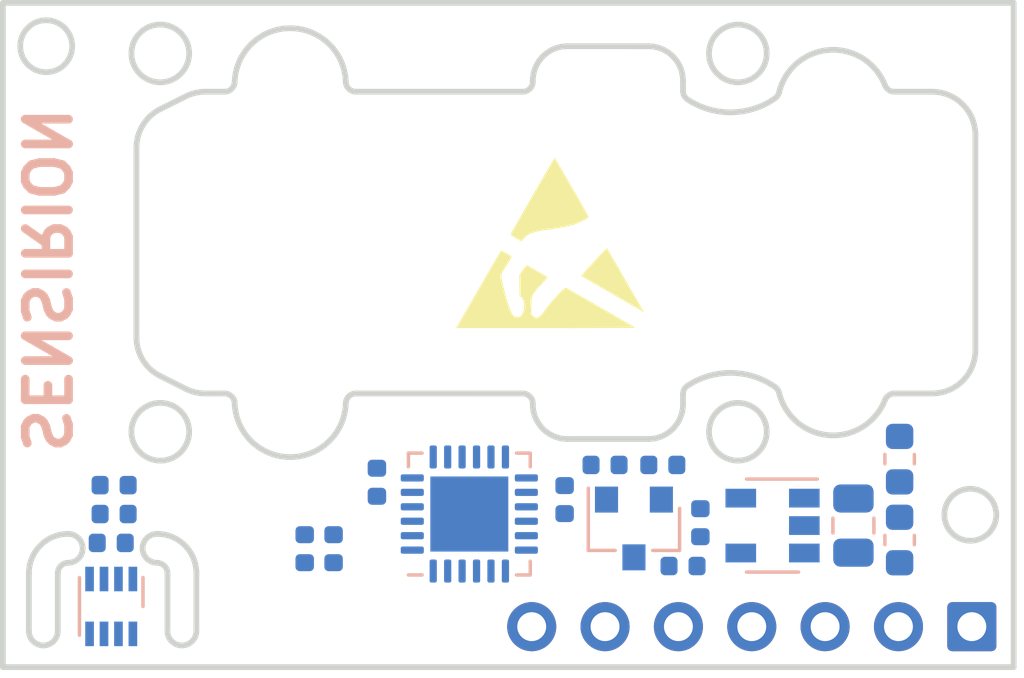
<source format=kicad_pcb>
(kicad_pcb (version 20221018) (generator pcbnew)
  (title_block (title "SCD30 3d Model") (date "2020-12-25") (rev "r1.0"))
  (layers (0 "F.Cu" signal) (1 "In1.Cu" power) (2 "In2.Cu" signal) (31 "B.Cu" signal) (34 "B.Paste" user) (35 "F.Paste" user) (36 "B.SilkS" user "B.Silkscreen") (37 "F.SilkS" user "F.Silkscreen") (38 "B.Mask" user) (39 "F.Mask" user) (44 "Edge.Cuts" user))
  (net 0 "")
  (footprint "Symbol:ESD-Logo_6.6x6mm_SilkScreen" (layer "F.Cu") (at 179 96.3)
    (fp_text reference "REF**" hide)
    (fp_text value "ESD-Logo_6.6x6mm_SilkScreen" hide)
    (fp_poly (pts (xy 1.987528 0.234619) (xy 1.998908 0.253693) (xy 2.024488 0.297421) (xy 2.063002 0.363619) (xy 2.113186 0.450102) (xy 2.173775 0.554685) (xy 2.243503 0.675183) (xy 2.321107 0.809412) (xy 2.40532 0.955187) (xy 2.494879 1.110323) (xy 2.586998 1.27) (xy 2.681076 1.433117) (xy 2.771402 1.589709) (xy 2.856665 1.737506) (xy 2.935557 1.87424) (xy 3.006769 1.997642) (xy 3.068991 2.105444) (xy 3.120913 2.195377) (xy 3.161228 2.265173) (xy 3.188624 2.312564) (xy 3.201507 2.334786) (xy 3.222507 2.37233) (xy 3.233925 2.395831) (xy 3.234551 2.39992) (xy 3.220636 2.392242) (xy 3.181941 2.370203) (xy 3.120487 2.334971) (xy 3.038298 2.287711) (xy 2.937396 2.229589) (xy 2.819805 2.161771) (xy 2.687546 2.085424) (xy 2.542642 2.001714) (xy 2.387117 1.911806) (xy 2.222992 1.816867) (xy 2.160549 1.780732) (xy 1.993487 1.684083) (xy 1.834074 1.591938) (xy 1.684355 1.505475) (xy 1.546376 1.425871) (xy 1.422185 1.354305) (xy 1.313827 1.291955) (xy 1.223348 1.239998) (xy 1.152796 1.199613) (xy 1.104215 1.171978) (xy 1.079654 1.158272) (xy 1.077085 1.156974) (xy 1.084569 1.14522) (xy 1.110614 1.113795) (xy 1.152559 1.065594) (xy 1.207746 1.00351) (xy 1.273517 0.930439) (xy 1.347212 0.849276) (xy 1.426173 0.762916) (xy 1.50774 0.674253) (xy 1.589254 0.586182) (xy 1.668057 0.501599) (xy 1.74149 0.423397) (xy 1.806893 0.354472) (xy 1.861608 0.297719) (xy 1.902977 0.256032) (xy 1.917164 0.242363) (xy 1.96418 0.198201) (xy 1.987528 0.234619)) (stroke (width 0.01)) (fill solid) (layer "F.SilkS"))
    (fp_poly (pts (xy 0.164043 -2.914165) (xy 0.187065 -2.876755) (xy 0.222534 -2.817486) (xy 0.268996 -2.738882) (xy 0.324996 -2.643462) (xy 0.389081 -2.53375) (xy 0.459796 -2.412266) (xy 0.535687 -2.281532) (xy 0.615299 -2.14407) (xy 0.697178 -2.002402) (xy 0.77987 -1.859049) (xy 0.861921 -1.716533) (xy 0.941876 -1.577376) (xy 1.018281 -1.444099) (xy 1.089682 -1.319224) (xy 1.154624 -1.205273) (xy 1.211653 -1.104767) (xy 1.259315 -1.020228) (xy 1.296155 -0.954178) (xy 1.32072 -0.909138) (xy 1.331554 -0.88763) (xy 1.331951 -0.886286) (xy 1.318501 -0.868035) (xy 1.281114 -0.840118) (xy 1.224235 -0.805275) (xy 1.152312 -0.766246) (xy 1.077015 -0.729157) (xy 0.97456 -0.684183) (xy 0.866817 -0.643774) (xy 0.750073 -0.607031) (xy 0.620618 -0.573058) (xy 0.47474 -0.540956) (xy 0.308726 -0.509827) (xy 0.118866 -0.478773) (xy -0.077531 -0.449855) (xy -0.248166 -0.4242) (xy -0.391455 -0.398802) (xy -0.510992 -0.372398) (xy -0.61037 -0.343727) (xy -0.693182 -0.311527) (xy -0.763022 -0.274535) (xy -0.823482 -0.231488) (xy -0.878155 -0.181125) (xy -0.895786 -0.162417) (xy -0.934 -0.118861) (xy -0.962268 -0.083318) (xy -0.975382 -0.062417) (xy -0.975732 -0.060703) (xy -0.98032 -0.050194) (xy -0.996242 -0.050076) (xy -1.026734 -0.061746) (xy -1.075032 -0.086604) (xy -1.144373 -0.126048) (xy -1.192561 -0.154413) (xy -1.264417 -0.198753) (xy -1.320258 -0.236721) (xy -1.356333 -0.265584) (xy -1.368887 -0.282612) (xy -1.368879 -0.282736) (xy -1.361094 -0.298963) (xy -1.339108 -0.3396) (xy -1.304197 -0.402433) (xy -1.257637 -0.485248) (xy -1.200705 -0.585828) (xy -1.134677 -0.70196) (xy -1.060828 -0.831429) (xy -0.980436 -0.97202) (xy -0.894776 -1.121518) (xy -0.805124 -1.277708) (xy -0.712757 -1.438376) (xy -0.618951 -1.601307) (xy -0.524982 -1.764287) (xy -0.432126 -1.9251) (xy -0.34166 -2.081532) (xy -0.254859 -2.231367) (xy -0.173 -2.372392) (xy -0.097359 -2.502391) (xy -0.029213 -2.619151) (xy 0.030163 -2.720455) (xy 0.079493 -2.804089) (xy 0.1175 -2.867838) (xy 0.142907 -2.909489) (xy 0.15444 -2.926825) (xy 0.154923 -2.927195) (xy 0.164043 -2.914165)) (stroke (width 0.01)) (fill solid) (layer "F.SilkS"))
    (fp_poly (pts (xy -1.677906 0.291158) (xy -1.645381 0.303736) (xy -1.595807 0.328712) (xy -1.524626 0.367876) (xy -1.519084 0.370988) (xy -1.453526 0.408476) (xy -1.398202 0.441319) (xy -1.358545 0.466205) (xy -1.339988 0.47982) (xy -1.339469 0.480487) (xy -1.343952 0.49939) (xy -1.364514 0.541605) (xy -1.399817 0.604832) (xy -1.44852 0.686772) (xy -1.509282 0.785122) (xy -1.580764 0.897585) (xy -1.598555 0.925165) (xy -1.644907 1.001699) (xy -1.678658 1.067556) (xy -1.696847 1.116782) (xy -1.698714 1.126507) (xy -1.697885 1.169312) (xy -1.688606 1.237209) (xy -1.672032 1.325843) (xy -1.64932 1.430859) (xy -1.621627 1.547902) (xy -1.59011 1.672616) (xy -1.555925 1.800645) (xy -1.520229 1.927634) (xy -1.484179 2.049228) (xy -1.448932 2.161072) (xy -1.415644 2.25881) (xy -1.385472 2.338087) (xy -1.364439 2.385122) (xy -1.339663 2.435225) (xy -1.31627 2.483168) (xy -1.315003 2.485793) (xy -1.276301 2.53422) (xy -1.219816 2.566828) (xy -1.154061 2.582454) (xy -1.087549 2.579937) (xy -1.028795 2.558114) (xy -0.995742 2.529382) (xy -0.948141 2.450583) (xy -0.913261 2.352378) (xy -0.894123 2.244779) (xy -0.891412 2.18378) (xy -0.90233 2.069935) (xy -0.934376 1.97566) (xy -0.989274 1.896379) (xy -1.006393 1.878733) (xy -1.057339 1.829235) (xy -1.060837 1.479362) (xy -1.064336 1.129489) (xy -0.975182 0.994531) (xy -0.933346 0.933445) (xy -0.893055 0.878493) (xy -0.860057 0.837336) (xy -0.845874 0.822192) (xy -0.805719 0.78481) (xy -0.751335 0.814098) (xy -0.716961 0.835084) (xy -0.698154 0.851378) (xy -0.696951 0.854307) (xy -0.684097 0.866728) (xy -0.662104 0.875977) (xy -0.64085 0.884313) (xy -0.608306 0.900149) (xy -0.561678 0.925033) (xy -0.498171 0.960509) (xy -0.414992 1.008123) (xy -0.309347 1.069422) (xy -0.251938 1.102932) (xy -0.184406 1.143071) (xy -0.140115 1.171659) (xy -0.115145 1.192039) (xy -0.105577 1.207553) (xy -0.107492 1.221546) (xy -0.109089 1.224796) (xy -0.124624 1.245266) (xy -0.157864 1.283665) (xy -0.204938 1.335696) (xy -0.261972 1.397066) (xy -0.3113 1.44909) (xy -0.42497 1.572567) (xy -0.513895 1.679591) (xy -0.578866 1.77124) (xy -0.620679 1.848588) (xy -0.634783 1.887866) (xy -0.640608 1.922249) (xy -0.646625 1.980899) (xy -0.652304 2.057117) (xy -0.657116 2.144202) (xy -0.659381 2.199268) (xy -0.662541 2.294464) (xy -0.663931 2.364062) (xy -0.663142 2.413409) (xy -0.659765 2.447854) (xy -0.653392 2.472743) (xy -0.643613 2.493425) (xy -0.635933 2.506053) (xy -0.591579 2.554726) (xy -0.534426 2.588645) (xy -0.474292 2.603438) (xy -0.429227 2.598086) (xy -0.388424 2.57493) (xy -0.337276 2.533462) (xy -0.282958 2.480912) (xy -0.232643 2.424516) (xy -0.193506 2.371505) (xy -0.179095 2.345889) (xy -0.157509 2.310814) (xy -0.118247 2.257389) (xy -0.064898 2.189789) (xy -0.001048 2.11219) (xy 0.069715 2.028768) (xy 0.143804 1.943698) (xy 0.217632 1.861155) (xy 0.287611 1.785316) (xy 0.350155 1.720356) (xy 0.39926 1.672669) (xy 0.453779 1.625032) (xy 0.499642 1.589908) (xy 0.531811 1.570949) (xy 0.542489 1.568864) (xy 0.558853 1.577274) (xy 0.599671 1.599846) (xy 0.662586 1.635224) (xy 0.745244 1.682054) (xy 0.845289 1.738981) (xy 0.960366 1.804649) (xy 1.088119 1.877703) (xy 1.226194 1.956788) (xy 1.372234 2.040548) (xy 1.523884 2.127629) (xy 1.67879 2.216676) (xy 1.834595 2.306332) (xy 1.988944 2.395243) (xy 2.139482 2.482054) (xy 2.283854 2.565409) (xy 2.419704 2.643954) (xy 2.544677 2.716333) (xy 2.656417 2.78119) (xy 2.75257 2.837171) (xy 2.830779 2.88292) (xy 2.888689 2.917083) (xy 2.923946 2.938304) (xy 2.934165 2.944963) (xy 2.920402 2.94628) (xy 2.877104 2.947559) (xy 2.805714 2.948796) (xy 2.707673 2.949983) (xy 2.584422 2.951115) (xy 2.437403 2.952186) (xy 2.268057 2.953189) (xy 2.077826 2.954119) (xy 1.868151 2.954968) (xy 1.640473 2.955732) (xy 1.396235 2.956403) (xy 1.136877 2.956976) (xy 0.863841 2.957444) (xy 0.578568 2.957802) (xy 0.2825 2.958042) (xy -0.022921 2.958159) (xy -0.151076 2.958171) (xy -3.25103 2.958171) (xy -3.029947 2.574847) (xy -2.983144 2.49368) (xy -2.922898 2.389166) (xy -2.851222 2.264801) (xy -2.770131 2.124082) (xy -2.681638 1.970503) (xy -2.58776 1.807562) (xy -2.490509 1.638754) (xy -2.3919 1.467575) (xy -2.293947 1.297521) (xy -2.269175 1.254512) (xy -2.178848 1.097857) (xy -2.092711 0.948803) (xy -2.012058 0.809568) (xy -1.938184 0.682371) (xy -1.872383 0.569432) (xy -1.81595 0.472968) (xy -1.770179 0.3952) (xy -1.736365 0.338346) (xy -1.715802 0.304625) (xy -1.710047 0.29604) (xy -1.697942 0.289189) (xy -1.677906 0.291158)) (stroke (width 0.01)) (fill solid) (layer "F.SilkS"))
  )
  (footprint "Connector_PinSocket_2.54mm:PinSocket_1x07_P2.54mm_Vertical" (layer "F.Cu") (at 193.6 109.6 -90)
    (fp_text reference "REF**" hide)
    (fp_text value "PinSocket_1x07_P2.54mm_Vertical" hide)
    (pad "1" thru_hole roundrect (at 0 0 270) (size 1.7 1.7) (drill 1) (layers "*.Cu" "*.Mask") (roundrect_rratio 0.1))
    (pad "2" thru_hole oval (at 0 2.54 270) (size 1.7 1.7) (drill 1) (layers "*.Cu" "*.Mask"))
    (pad "3" thru_hole oval (at 0 5.08 270) (size 1.7 1.7) (drill 1) (layers "*.Cu" "*.Mask"))
    (pad "4" thru_hole oval (at 0 7.62 270) (size 1.7 1.7) (drill 1) (layers "*.Cu" "*.Mask"))
    (pad "5" thru_hole oval (at 0 10.16 270) (size 1.7 1.7) (drill 1) (layers "*.Cu" "*.Mask"))
    (pad "6" thru_hole oval (at 0 12.7 270) (size 1.7 1.7) (drill 1) (layers "*.Cu" "*.Mask"))
    (pad "7" thru_hole oval (at 0 15.24 270) (size 1.7 1.7) (drill 1) (layers "*.Cu" "*.Mask"))
  )
  (footprint "Resistor_SMD:R_0402_1005Metric" (layer "B.Cu") (at 170.5 106.9 -90)
    (fp_text reference "REF**" hide)
    (fp_text value "R_0402_1005Metric" hide)
    (pad "1" smd roundrect (at -0.485 0 270) (size 0.59 0.64) (layers "B.Cu" "B.Paste" "B.Mask"))
    (pad "2" smd roundrect (at 0.485 0 270) (size 0.59 0.64) (layers "B.Cu" "B.Paste" "B.Mask"))
  )
  (footprint "Capacitor_SMD:C_0402_1005Metric" (layer "B.Cu") (at 184.2 106 -90)
    (fp_text reference "REF**" hide)
    (fp_text value "C_0402_1005Metric" hide)
    (pad "1" smd roundrect (at -0.485 0 270) (size 0.59 0.64) (layers "B.Cu" "B.Paste" "B.Mask"))
    (pad "2" smd roundrect (at 0.485 0 270) (size 0.59 0.64) (layers "B.Cu" "B.Paste" "B.Mask"))
  )
  (footprint "Capacitor_SMD:C_0402_1005Metric" (layer "B.Cu") (at 163.8 106.7 180)
    (fp_text reference "REF**" hide)
    (fp_text value "C_0402_1005Metric" hide)
    (pad "1" smd roundrect (at -0.485 0 180) (size 0.59 0.64) (layers "B.Cu" "B.Paste" "B.Mask"))
    (pad "2" smd roundrect (at 0.485 0 180) (size 0.59 0.64) (layers "B.Cu" "B.Paste" "B.Mask"))
  )
  (footprint "Capacitor_SMD:C_0805_2012Metric" (layer "B.Cu") (at 189.5 106.1 -90)
    (fp_text reference "REF**" hide)
    (fp_text value "C_0805_2012Metric" hide)
    (fp_line (start -0.258578 -0.71) (end 0.258578 -0.71) (stroke (width 0.12)) (layer "B.SilkS"))
    (fp_line (start -0.258578 0.71) (end 0.258578 0.71) (stroke (width 0.12)) (layer "B.SilkS"))
    (pad "1" smd roundrect (at -0.9375 0 270) (size 0.975 1.4) (layers "B.Cu" "B.Paste" "B.Mask"))
    (pad "2" smd roundrect (at 0.9375 0 270) (size 0.975 1.4) (layers "B.Cu" "B.Paste" "B.Mask"))
  )
  (footprint "Capacitor_SMD:C_0402_1005Metric" (layer "B.Cu") (at 179.5 105.2 -90)
    (fp_text reference "REF**" hide)
    (fp_text value "C_0402_1005Metric" hide)
    (pad "1" smd roundrect (at -0.485 0 270) (size 0.59 0.64) (layers "B.Cu" "B.Paste" "B.Mask"))
    (pad "2" smd roundrect (at 0.485 0 270) (size 0.59 0.64) (layers "B.Cu" "B.Paste" "B.Mask"))
  )
  (footprint "Capacitor_SMD:C_0402_1005Metric" (layer "B.Cu") (at 163.9 105.7 180)
    (fp_text reference "REF**" hide)
    (fp_text value "C_0402_1005Metric" hide)
    (pad "1" smd roundrect (at -0.485 0 180) (size 0.59 0.64) (layers "B.Cu" "B.Paste" "B.Mask"))
    (pad "2" smd roundrect (at 0.485 0 180) (size 0.59 0.64) (layers "B.Cu" "B.Paste" "B.Mask"))
  )
  (footprint "Package_DFN_QFN:QFN-24-1EP_4x4mm_P0.5mm_EP2.7x2.6mm" (layer "B.Cu") (at 176.2 105.7)
    (fp_text reference "REF**" hide)
    (fp_text value "QFN-24-1EP_4x4mm_P0.5mm_EP2.7x2.6mm" hide)
    (fp_line (start -2.11 -2.11) (end -2.11 -1.635) (stroke (width 0.12)) (layer "B.SilkS"))
    (fp_line (start -1.635 -2.11) (end -2.11 -2.11) (stroke (width 0.12)) (layer "B.SilkS"))
    (fp_line (start -1.635 2.11) (end -2.11 2.11) (stroke (width 0.12)) (layer "B.SilkS"))
    (fp_line (start 1.635 -2.11) (end 2.11 -2.11) (stroke (width 0.12)) (layer "B.SilkS"))
    (fp_line (start 1.635 2.11) (end 2.11 2.11) (stroke (width 0.12)) (layer "B.SilkS"))
    (fp_line (start 2.11 -2.11) (end 2.11 -1.635) (stroke (width 0.12)) (layer "B.SilkS"))
    (fp_line (start 2.11 2.11) (end 2.11 1.635) (stroke (width 0.12)) (layer "B.SilkS"))
    (pad "1" smd roundrect (at -1.975 1.25) (size 0.8 0.25) (layers "B.Cu" "B.Paste" "B.Mask"))
    (pad "2" smd roundrect (at -1.975 0.75) (size 0.8 0.25) (layers "B.Cu" "B.Paste" "B.Mask"))
    (pad "3" smd roundrect (at -1.975 0.25) (size 0.8 0.25) (layers "B.Cu" "B.Paste" "B.Mask"))
    (pad "4" smd roundrect (at -1.975 -0.25) (size 0.8 0.25) (layers "B.Cu" "B.Paste" "B.Mask"))
    (pad "5" smd roundrect (at -1.975 -0.75) (size 0.8 0.25) (layers "B.Cu" "B.Paste" "B.Mask"))
    (pad "6" smd roundrect (at -1.975 -1.25) (size 0.8 0.25) (layers "B.Cu" "B.Paste" "B.Mask"))
    (pad "7" smd roundrect (at -1.25 -1.975) (size 0.25 0.8) (layers "B.Cu" "B.Paste" "B.Mask"))
    (pad "8" smd roundrect (at -0.75 -1.975) (size 0.25 0.8) (layers "B.Cu" "B.Paste" "B.Mask"))
    (pad "9" smd roundrect (at -0.25 -1.975) (size 0.25 0.8) (layers "B.Cu" "B.Paste" "B.Mask"))
    (pad "10" smd roundrect (at 0.25 -1.975) (size 0.25 0.8) (layers "B.Cu" "B.Paste" "B.Mask"))
    (pad "11" smd roundrect (at 0.75 -1.975) (size 0.25 0.8) (layers "B.Cu" "B.Paste" "B.Mask"))
    (pad "12" smd roundrect (at 1.25 -1.975) (size 0.25 0.8) (layers "B.Cu" "B.Paste" "B.Mask"))
    (pad "13" smd roundrect (at 1.975 -1.25) (size 0.8 0.25) (layers "B.Cu" "B.Paste" "B.Mask"))
    (pad "14" smd roundrect (at 1.975 -0.75) (size 0.8 0.25) (layers "B.Cu" "B.Paste" "B.Mask"))
    (pad "15" smd roundrect (at 1.975 -0.25) (size 0.8 0.25) (layers "B.Cu" "B.Paste" "B.Mask"))
    (pad "16" smd roundrect (at 1.975 0.25) (size 0.8 0.25) (layers "B.Cu" "B.Paste" "B.Mask"))
    (pad "17" smd roundrect (at 1.975 0.75) (size 0.8 0.25) (layers "B.Cu" "B.Paste" "B.Mask"))
    (pad "18" smd roundrect (at 1.975 1.25) (size 0.8 0.25) (layers "B.Cu" "B.Paste" "B.Mask"))
    (pad "19" smd roundrect (at 1.25 1.975) (size 0.25 0.8) (layers "B.Cu" "B.Paste" "B.Mask"))
    (pad "20" smd roundrect (at 0.75 1.975) (size 0.25 0.8) (layers "B.Cu" "B.Paste" "B.Mask"))
    (pad "21" smd roundrect (at 0.25 1.975) (size 0.25 0.8) (layers "B.Cu" "B.Paste" "B.Mask"))
    (pad "22" smd roundrect (at -0.25 1.975) (size 0.25 0.8) (layers "B.Cu" "B.Paste" "B.Mask"))
    (pad "23" smd roundrect (at -0.75 1.975) (size 0.25 0.8) (layers "B.Cu" "B.Paste" "B.Mask"))
    (pad "24" smd roundrect (at -1.25 1.975) (size 0.25 0.8) (layers "B.Cu" "B.Paste" "B.Mask"))
    (pad "25" smd rect (at 0 0) (size 2.7 2.6) (layers "B.Cu" "B.Mask"))
  )
  (footprint "Package_DFN_QFN:DFN-8_2x2mm_P0.5mm" (layer "B.Cu") (at 163.8 108.9 90)
    (fp_text reference "REF**" hide)
    (fp_text value "DFN-8_2x2mm_P0.5mm" hide)
    (fp_line (start -1 -1.1) (end 1 -1.1) (stroke (width 0.12)) (layer "B.SilkS"))
    (fp_line (start 0 1.1) (end 1 1.1) (stroke (width 0.12)) (layer "B.SilkS"))
    (pad "1" smd rect (at -0.95 0.75 90) (size 0.85 0.3) (layers "B.Cu" "B.Paste" "B.Mask"))
    (pad "2" smd rect (at -0.95 0.25 90) (size 0.85 0.3) (layers "B.Cu" "B.Paste" "B.Mask"))
    (pad "3" smd rect (at -0.95 -0.25 90) (size 0.85 0.3) (layers "B.Cu" "B.Paste" "B.Mask"))
    (pad "4" smd rect (at -0.95 -0.75 90) (size 0.85 0.3) (layers "B.Cu" "B.Paste" "B.Mask"))
    (pad "5" smd rect (at 0.95 -0.75 90) (size 0.85 0.3) (layers "B.Cu" "B.Paste" "B.Mask"))
    (pad "6" smd rect (at 0.95 -0.25 90) (size 0.85 0.3) (layers "B.Cu" "B.Paste" "B.Mask"))
    (pad "7" smd rect (at 0.95 0.25 90) (size 0.85 0.3) (layers "B.Cu" "B.Paste" "B.Mask"))
    (pad "8" smd rect (at 0.95 0.75 90) (size 0.85 0.3) (layers "B.Cu" "B.Paste" "B.Mask"))
  )
  (footprint "Resistor_SMD:R_0402_1005Metric" (layer "B.Cu") (at 182.9 104 180)
    (fp_text reference "REF**" hide)
    (fp_text value "R_0402_1005Metric" hide)
    (pad "1" smd roundrect (at -0.485 0 180) (size 0.59 0.64) (layers "B.Cu" "B.Paste" "B.Mask"))
    (pad "2" smd roundrect (at 0.485 0 180) (size 0.59 0.64) (layers "B.Cu" "B.Paste" "B.Mask"))
  )
  (footprint "Capacitor_SMD:C_0603_1608Metric" (layer "B.Cu") (at 191.1 103.8 -90)
    (fp_text reference "REF**" hide)
    (fp_text value "C_0603_1608Metric" hide)
    (fp_line (start -0.162779 -0.51) (end 0.162779 -0.51) (stroke (width 0.12)) (layer "B.SilkS"))
    (fp_line (start -0.162779 0.51) (end 0.162779 0.51) (stroke (width 0.12)) (layer "B.SilkS"))
    (pad "1" smd roundrect (at -0.7875 0 270) (size 0.875 0.95) (layers "B.Cu" "B.Paste" "B.Mask"))
    (pad "2" smd roundrect (at 0.7875 0 270) (size 0.875 0.95) (layers "B.Cu" "B.Paste" "B.Mask"))
  )
  (footprint "Resistor_SMD:R_0402_1005Metric" (layer "B.Cu") (at 180.9 104 180)
    (fp_text reference "REF**" hide)
    (fp_text value "R_0402_1005Metric" hide)
    (pad "1" smd roundrect (at -0.485 0 180) (size 0.59 0.64) (layers "B.Cu" "B.Paste" "B.Mask"))
    (pad "2" smd roundrect (at 0.485 0 180) (size 0.59 0.64) (layers "B.Cu" "B.Paste" "B.Mask"))
  )
  (footprint "Capacitor_SMD:C_0402_1005Metric" (layer "B.Cu") (at 163.9 104.7 180)
    (fp_text reference "REF**" hide)
    (fp_text value "C_0402_1005Metric" hide)
    (pad "1" smd roundrect (at -0.485 0 180) (size 0.59 0.64) (layers "B.Cu" "B.Paste" "B.Mask"))
    (pad "2" smd roundrect (at 0.485 0 180) (size 0.59 0.64) (layers "B.Cu" "B.Paste" "B.Mask"))
  )
  (footprint "Capacitor_SMD:C_0402_1005Metric" (layer "B.Cu") (at 173 104.6 -90)
    (fp_text reference "REF**" hide)
    (fp_text value "C_0402_1005Metric" hide)
    (pad "1" smd roundrect (at -0.485 0 270) (size 0.59 0.64) (layers "B.Cu" "B.Paste" "B.Mask"))
    (pad "2" smd roundrect (at 0.485 0 270) (size 0.59 0.64) (layers "B.Cu" "B.Paste" "B.Mask"))
  )
  (footprint "Capacitor_SMD:C_0402_1005Metric" (layer "B.Cu") (at 171.5 106.9 -90)
    (fp_text reference "REF**" hide)
    (fp_text value "C_0402_1005Metric" hide)
    (pad "1" smd roundrect (at -0.485 0 270) (size 0.59 0.64) (layers "B.Cu" "B.Paste" "B.Mask"))
    (pad "2" smd roundrect (at 0.485 0 270) (size 0.59 0.64) (layers "B.Cu" "B.Paste" "B.Mask"))
  )
  (footprint "Capacitor_SMD:C_0603_1608Metric" (layer "B.Cu") (at 191.1 106.6 -90)
    (fp_text reference "REF**" hide)
    (fp_text value "C_0603_1608Metric" hide)
    (fp_line (start -0.162779 -0.51) (end 0.162779 -0.51) (stroke (width 0.12)) (layer "B.SilkS"))
    (fp_line (start -0.162779 0.51) (end 0.162779 0.51) (stroke (width 0.12)) (layer "B.SilkS"))
    (pad "1" smd roundrect (at -0.7875 0 270) (size 0.875 0.95) (layers "B.Cu" "B.Paste" "B.Mask"))
    (pad "2" smd roundrect (at 0.7875 0 270) (size 0.875 0.95) (layers "B.Cu" "B.Paste" "B.Mask"))
  )
  (footprint "Resistor_SMD:R_0402_1005Metric" (layer "B.Cu") (at 183.6 107.5)
    (fp_text reference "REF**" hide)
    (fp_text value "R_0402_1005Metric" hide)
    (pad "1" smd roundrect (at -0.485 0) (size 0.59 0.64) (layers "B.Cu" "B.Paste" "B.Mask"))
    (pad "2" smd roundrect (at 0.485 0) (size 0.59 0.64) (layers "B.Cu" "B.Paste" "B.Mask"))
  )
  (footprint "Package_TO_SOT_SMD:SOT-23" (layer "B.Cu") (at 181.9 106.2 -90)
    (fp_text reference "REF**" hide)
    (fp_text value "SOT-23" hide)
    (fp_line (start 0.76 -1.58) (end -0.7 -1.58) (stroke (width 0.12)) (layer "B.SilkS"))
    (fp_line (start 0.76 -1.58) (end 0.76 -0.65) (stroke (width 0.12)) (layer "B.SilkS"))
    (fp_line (start 0.76 1.58) (end -1.4 1.58) (stroke (width 0.12)) (layer "B.SilkS"))
    (fp_line (start 0.76 1.58) (end 0.76 0.65) (stroke (width 0.12)) (layer "B.SilkS"))
    (pad "1" smd rect (at -1 0.95 270) (size 0.9 0.8) (layers "B.Cu" "B.Paste" "B.Mask"))
    (pad "2" smd rect (at -1 -0.95 270) (size 0.9 0.8) (layers "B.Cu" "B.Paste" "B.Mask"))
    (pad "3" smd rect (at 1 0 270) (size 0.9 0.8) (layers "B.Cu" "B.Paste" "B.Mask"))
  )
  (footprint "Package_TO_SOT_SMD:SOT-23-5" (layer "B.Cu") (at 186.7 106.1 180)
    (fp_text reference "REF**" hide)
    (fp_text value "SOT-23-5" hide)
    (fp_line (start -0.9 -1.61) (end 0.9 -1.61) (stroke (width 0.12)) (layer "B.SilkS"))
    (fp_line (start 0.9 1.61) (end -1.55 1.61) (stroke (width 0.12)) (layer "B.SilkS"))
    (pad "1" smd rect (at -1.1 0.95 180) (size 1.06 0.65) (layers "B.Cu" "B.Paste" "B.Mask"))
    (pad "2" smd rect (at -1.1 0 180) (size 1.06 0.65) (layers "B.Cu" "B.Paste" "B.Mask"))
    (pad "3" smd rect (at -1.1 -0.95 180) (size 1.06 0.65) (layers "B.Cu" "B.Paste" "B.Mask"))
    (pad "4" smd rect (at 1.1 -0.95 180) (size 1.06 0.65) (layers "B.Cu" "B.Paste" "B.Mask"))
    (pad "5" smd rect (at 1.1 0.95 180) (size 1.06 0.65) (layers "B.Cu" "B.Paste" "B.Mask"))
  )
  (gr_arc (start 165.385392 107.388607) (mid 164.885392 106.888108) (end 165.385391 106.387609) (stroke (width 0.2)) (layer "Edge.Cuts"))
  (gr_line (start 165.747391 107.750609) (end 165.747391 109.750609) (stroke (width 0.2)) (layer "Edge.Cuts"))
  (gr_arc (start 172.272391 91.07661) (mid 172.02876 90.977968) (end 171.922392 90.73761) (stroke (width 0.2)) (layer "Edge.Cuts"))
  (gr_line (start 190.91839 101.525609) (end 192.22339 101.525609) (stroke (width 0.2)) (layer "Edge.Cuts"))
  (gr_arc (start 166.748391 109.750609) (mid 166.247891 110.250589) (end 165.747391 109.750609) (stroke (width 0.2)) (layer "Edge.Cuts"))
  (gr_arc (start 178.398391 90.72661) (mid 178.740707 89.861391) (end 179.598391 89.50061) (stroke (width 0.2)) (layer "Edge.Cuts"))
  (gr_line (start 167.724392 91.07661) (end 167.056391 91.07661) (stroke (width 0.2)) (layer "Edge.Cuts"))
  (gr_arc (start 192.22339 91.076611) (mid 193.284036 91.515257) (end 193.72339 92.57561) (stroke (width 0.2)) (layer "Edge.Cuts"))
  (gr_line (start 160.048392 111.000609) (end 160.048392 88.00061) (stroke (width 0.2)) (layer "Edge.Cuts"))
  (gr_arc (start 179.59839 103.101609) (mid 178.749891 102.750109) (end 178.398392 101.901609) (stroke (width 0.2)) (layer "Edge.Cuts"))
  (gr_arc (start 171.922391 101.864609) (mid 169.998391 103.726608) (end 168.074391 101.86461) (stroke (width 0.2)) (layer "Edge.Cuts"))
  (gr_arc (start 190.592391 101.749609) (mid 190.721149 101.587775) (end 190.91839 101.525609) (stroke (width 0.2)) (layer "Edge.Cuts"))
  (gr_arc (start 161.949392 107.738611) (mid 162.059109 107.489884) (end 162.311392 107.38861) (stroke (width 0.2)) (layer "Edge.Cuts"))
  (gr_arc (start 168.07439 90.73761) (mid 167.968022 90.977968) (end 167.724392 91.07661) (stroke (width 0.2)) (layer "Edge.Cuts"))
  (gr_line (start 164.673392 99.18561) (end 164.673392 99.584609) (stroke (width 0.2)) (layer "Edge.Cuts"))
  (gr_arc (start 178.398392 90.72661) (mid 178.295892 90.97411) (end 178.048392 91.07661) (stroke (width 0.2)) (layer "Edge.Cuts"))
  (gr_arc (start 166.385391 91.23461) (mid 166.711744 91.116762) (end 167.056391 91.07661) (stroke (width 0.2)) (layer "Edge.Cuts"))
  (gr_line (start 183.598391 91.052611) (end 183.598391 90.700611) (stroke (width 0.2)) (layer "Edge.Cuts"))
  (gr_arc (start 167.056391 101.525609) (mid 166.711744 101.485457) (end 166.385391 101.367609) (stroke (width 0.2)) (layer "Edge.Cuts"))
  (gr_arc (start 186.78839 101.299609) (mid 186.87637 101.389579) (end 186.92739 101.504609) (stroke (width 0.2)) (layer "Edge.Cuts"))
  (gr_arc (start 186.927391 91.097611) (mid 186.87637 91.212641) (end 186.78839 91.302611) (stroke (width 0.2)) (layer "Edge.Cuts"))
  (gr_circle (center 185.498377 102.85061) (end 186.498377 102.85061) (stroke (width 0.2)) (fill none) (layer "Edge.Cuts"))
  (gr_arc (start 190.59239 101.74961) (mid 188.670013 102.971584) (end 186.92739 101.504609) (stroke (width 0.2)) (layer "Edge.Cuts"))
  (gr_arc (start 161.949393 109.75061) (mid 161.448893 110.25061) (end 160.948393 109.750609) (stroke (width 0.2)) (layer "Edge.Cuts"))
  (gr_circle (center 161.548392 89.50061) (end 162.448391 89.50061) (stroke (width 0.2)) (fill none) (layer "Edge.Cuts"))
  (gr_circle (center 185.498377 89.75061) (end 186.498377 89.75061) (stroke (width 0.2)) (fill none) (layer "Edge.Cuts"))
  (gr_arc (start 178.048391 101.52661) (mid 178.305222 101.637734) (end 178.398392 101.901609) (stroke (width 0.2)) (layer "Edge.Cuts"))
  (gr_arc (start 165.385392 107.388607) (mid 165.637685 107.489871) (end 165.747391 107.73861) (stroke (width 0.2)) (layer "Edge.Cuts"))
  (gr_line (start 192.22339 91.07661) (end 190.91839 91.07661) (stroke (width 0.2)) (layer "Edge.Cuts"))
  (gr_line (start 183.59839 101.90161) (end 183.59839 101.54961) (stroke (width 0.2)) (layer "Edge.Cuts"))
  (gr_line (start 195.048391 88.00061) (end 195.048391 111.000609) (stroke (width 0.2)) (layer "Edge.Cuts"))
  (gr_line (start 161.949392 107.750609) (end 161.949392 107.73861) (stroke (width 0.2)) (layer "Edge.Cuts"))
  (gr_arc (start 167.724392 101.526609) (mid 167.968168 101.624392) (end 168.074391 101.86461) (stroke (width 0.2)) (layer "Edge.Cuts"))
  (gr_arc (start 186.788391 91.302611) (mid 185.278344 91.789612) (end 183.75539 91.344611) (stroke (width 0.2)) (layer "Edge.Cuts"))
  (gr_arc (start 168.07439 90.737612) (mid 169.99839 88.876611) (end 171.922392 90.73761) (stroke (width 0.2)) (layer "Edge.Cuts"))
  (gr_arc (start 190.91839 91.07661) (mid 190.721148 91.014444) (end 190.592391 90.85261) (stroke (width 0.2)) (layer "Edge.Cuts"))
  (gr_arc (start 183.75539 101.257608) (mid 185.278343 100.812604) (end 186.78839 101.299609) (stroke (width 0.2)) (layer "Edge.Cuts"))
  (gr_line (start 160.948393 107.769609) (end 160.948393 109.750609) (stroke (width 0.2)) (layer "Edge.Cuts"))
  (gr_arc (start 171.922391 101.86461) (mid 172.02876 101.624251) (end 172.272392 101.525609) (stroke (width 0.2)) (layer "Edge.Cuts"))
  (gr_arc (start 193.72339 100.026609) (mid 193.284037 101.086963) (end 192.22339 101.525609) (stroke (width 0.2)) (layer "Edge.Cuts"))
  (gr_line (start 182.398391 89.501611) (end 179.598391 89.50061) (stroke (width 0.2)) (layer "Edge.Cuts"))
  (gr_line (start 172.272392 101.525609) (end 178.048392 101.526609) (stroke (width 0.2)) (layer "Edge.Cuts"))
  (gr_line (start 166.748392 107.769609) (end 166.748392 107.750609) (stroke (width 0.2)) (layer "Edge.Cuts"))
  (gr_arc (start 164.673392 93.017611) (mid 164.897512 92.229419) (end 165.502392 91.676611) (stroke (width 0.2)) (layer "Edge.Cuts"))
  (gr_line (start 164.673392 93.017611) (end 164.673392 93.41661) (stroke (width 0.2)) (layer "Edge.Cuts"))
  (gr_arc (start 183.59839 101.54961) (mid 183.640233 101.3839) (end 183.75539 101.257609) (stroke (width 0.2)) (layer "Edge.Cuts"))
  (gr_line (start 167.056391 101.525609) (end 167.724392 101.526609) (stroke (width 0.2)) (layer "Edge.Cuts"))
  (gr_line (start 160.948393 107.750609) (end 160.948393 107.769609) (stroke (width 0.2)) (layer "Edge.Cuts"))
  (gr_line (start 165.502392 100.92561) (end 166.385391 101.367609) (stroke (width 0.2)) (layer "Edge.Cuts"))
  (gr_circle (center 165.49838 89.750609) (end 166.49838 89.750609) (stroke (width 0.2)) (fill none) (layer "Edge.Cuts"))
  (gr_arc (start 162.311391 106.387608) (mid 162.811392 106.888109) (end 162.311392 107.38861) (stroke (width 0.2)) (layer "Edge.Cuts"))
  (gr_line (start 164.673392 93.41661) (end 164.673392 99.18561) (stroke (width 0.2)) (layer "Edge.Cuts"))
  (gr_arc (start 160.948393 107.75061) (mid 161.347392 106.786609) (end 162.311392 106.387609) (stroke (width 0.2)) (layer "Edge.Cuts"))
  (gr_line (start 160.048392 88.00061) (end 195.048391 88.00061) (stroke (width 0.2)) (layer "Edge.Cuts"))
  (gr_circle (center 193.548391 105.725608) (end 194.448389 105.725608) (stroke (width 0.2)) (fill none) (layer "Edge.Cuts"))
  (gr_line (start 166.385391 91.23461) (end 165.502392 91.676611) (stroke (width 0.2)) (layer "Edge.Cuts"))
  (gr_line (start 166.748392 109.750609) (end 166.748392 107.769609) (stroke (width 0.2)) (layer "Edge.Cuts"))
  (gr_line (start 193.72339 100.026609) (end 193.72339 92.57561) (stroke (width 0.2)) (layer "Edge.Cuts"))
  (gr_arc (start 182.398391 89.50161) (mid 183.247038 89.852257) (end 183.598391 90.700611) (stroke (width 0.2)) (layer "Edge.Cuts"))
  (gr_arc (start 183.59839 101.90161) (mid 183.24689 102.750109) (end 182.398391 103.101609) (stroke (width 0.2)) (layer "Edge.Cuts"))
  (gr_line (start 178.048392 91.07661) (end 172.272392 91.07661) (stroke (width 0.2)) (layer "Edge.Cuts"))
  (gr_line (start 165.747391 107.73861) (end 165.747391 107.750609) (stroke (width 0.2)) (layer "Edge.Cuts"))
  (gr_arc (start 186.927389 91.09761) (mid 188.670014 89.630635) (end 190.592391 90.85261) (stroke (width 0.2)) (layer "Edge.Cuts"))
  (gr_arc (start 183.755391 91.344611) (mid 183.640235 91.21832) (end 183.598391 91.052611) (stroke (width 0.2)) (layer "Edge.Cuts"))
  (gr_line (start 179.598391 103.101609) (end 182.398391 103.101609) (stroke (width 0.2)) (layer "Edge.Cuts"))
  (gr_circle (center 165.498379 102.85061) (end 166.49838 102.85061) (stroke (width 0.2)) (fill none) (layer "Edge.Cuts"))
  (gr_line (start 195.048391 111.000609) (end 160.048392 111.000609) (stroke (width 0.2)) (layer "Edge.Cuts"))
  (gr_line (start 161.949392 109.750609) (end 161.949392 107.750609) (stroke (width 0.2)) (layer "Edge.Cuts"))
  (gr_arc (start 165.385391 106.387608) (mid 166.349392 106.786608) (end 166.748392 107.750609) (stroke (width 0.2)) (layer "Edge.Cuts"))
  (gr_arc (start 165.502392 100.92561) (mid 164.897511 100.372802) (end 164.673392 99.584609) (stroke (width 0.2)) (layer "Edge.Cuts"))
  (gr_text "SENSIRION" (at 161.5 97.6 270) (layer "B.SilkS") (effects (font (size 1.5 1.5) (thickness 0.3)) (justify mirror)))
)
</source>
